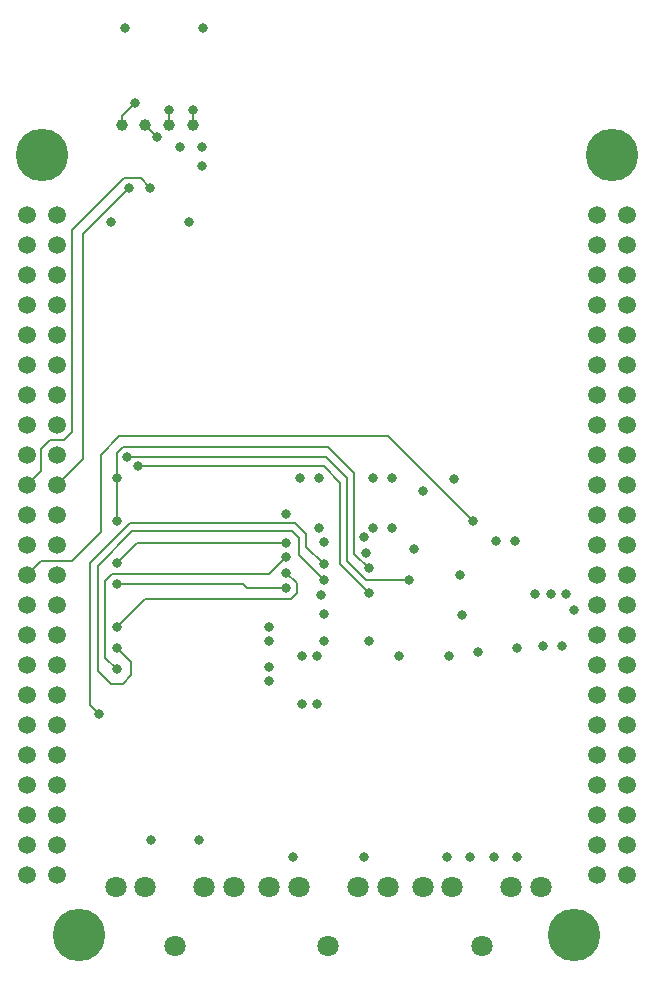
<source format=gbl>
G04 (created by PCBNEW-RS274X (2012-05-21 BZR 3261)-stable) date Thu 30 May 2013 05:43:25 PM PDT*
G01*
G70*
G90*
%MOIN*%
G04 Gerber Fmt 3.4, Leading zero omitted, Abs format*
%FSLAX34Y34*%
G04 APERTURE LIST*
%ADD10C,0.008000*%
%ADD11C,0.039400*%
%ADD12C,0.070900*%
%ADD13C,0.059100*%
%ADD14C,0.175000*%
%ADD15C,0.032000*%
G04 APERTURE END LIST*
G54D10*
G54D11*
X29528Y-28740D03*
X28740Y-28740D03*
X27953Y-28740D03*
G54D12*
X37203Y-54133D03*
X41141Y-54133D03*
X39172Y-56102D03*
X40156Y-54133D03*
X38188Y-54133D03*
X26968Y-54134D03*
X30906Y-54134D03*
X28937Y-56103D03*
X29921Y-54134D03*
X27953Y-54134D03*
X32086Y-54133D03*
X36024Y-54133D03*
X34055Y-56102D03*
X35039Y-54133D03*
X33071Y-54133D03*
G54D13*
X24000Y-31750D03*
X25000Y-31750D03*
X24000Y-32750D03*
X25000Y-32750D03*
X24000Y-33750D03*
X25000Y-33750D03*
X24000Y-34750D03*
X25000Y-34750D03*
X24000Y-35750D03*
X25000Y-35750D03*
X24000Y-36750D03*
X25000Y-36750D03*
X24000Y-37750D03*
X25000Y-37750D03*
X24000Y-38750D03*
X25000Y-38750D03*
X24000Y-39750D03*
X25000Y-39750D03*
X24000Y-40750D03*
X25000Y-40750D03*
X24000Y-41750D03*
X25000Y-41750D03*
X24000Y-42750D03*
X25000Y-42750D03*
X24000Y-43750D03*
X25000Y-43750D03*
X24000Y-44750D03*
X25000Y-44750D03*
X24000Y-45750D03*
X25000Y-45750D03*
X24000Y-46750D03*
X25000Y-46750D03*
X24000Y-47750D03*
X25000Y-47750D03*
X24000Y-48750D03*
X25000Y-48750D03*
X24000Y-49750D03*
X25000Y-49750D03*
X24000Y-50750D03*
X25000Y-50750D03*
X24000Y-51750D03*
X25000Y-51750D03*
X24000Y-52750D03*
X25000Y-52750D03*
X24000Y-53750D03*
X25000Y-53750D03*
X43000Y-31750D03*
X44000Y-31750D03*
X43000Y-32750D03*
X44000Y-32750D03*
X43000Y-33750D03*
X44000Y-33750D03*
X43000Y-34750D03*
X44000Y-34750D03*
X43000Y-35750D03*
X44000Y-35750D03*
X43000Y-36750D03*
X44000Y-36750D03*
X43000Y-37750D03*
X44000Y-37750D03*
X43000Y-38750D03*
X44000Y-38750D03*
X43000Y-39750D03*
X44000Y-39750D03*
X43000Y-40750D03*
X44000Y-40750D03*
X43000Y-41750D03*
X44000Y-41750D03*
X43000Y-42750D03*
X44000Y-42750D03*
X43000Y-43750D03*
X44000Y-43750D03*
X43000Y-44750D03*
X44000Y-44750D03*
X43000Y-45750D03*
X44000Y-45750D03*
X43000Y-46750D03*
X44000Y-46750D03*
X43000Y-47750D03*
X44000Y-47750D03*
X43000Y-48750D03*
X44000Y-48750D03*
X43000Y-49750D03*
X44000Y-49750D03*
X43000Y-50750D03*
X44000Y-50750D03*
X43000Y-51750D03*
X44000Y-51750D03*
X43000Y-52750D03*
X44000Y-52750D03*
X43000Y-53750D03*
X44000Y-53750D03*
G54D14*
X24500Y-29750D03*
X43500Y-29750D03*
X25750Y-55750D03*
X42250Y-55750D03*
G54D11*
X27165Y-28740D03*
G54D15*
X33898Y-43898D03*
X27008Y-46181D03*
X32638Y-44173D03*
X27008Y-44055D03*
X32638Y-43150D03*
X27008Y-46890D03*
X32638Y-42677D03*
X27008Y-43346D03*
X33898Y-43386D03*
X26417Y-48386D03*
X32638Y-43662D03*
X27008Y-45472D03*
X28110Y-30827D03*
X27402Y-30827D03*
X38858Y-41929D03*
X27008Y-40512D03*
X35394Y-43504D03*
X27008Y-41929D03*
X27323Y-39803D03*
X36732Y-43898D03*
X35394Y-44331D03*
X27717Y-40118D03*
X33110Y-40512D03*
X33898Y-42638D03*
X26810Y-31969D03*
X29881Y-25512D03*
X35551Y-42165D03*
X35315Y-42992D03*
X27283Y-25512D03*
X29842Y-30118D03*
X35551Y-40512D03*
X29094Y-29488D03*
X40276Y-42598D03*
X29409Y-31969D03*
X32638Y-41693D03*
X33898Y-45945D03*
X41850Y-46102D03*
X32087Y-45945D03*
X42244Y-44921D03*
X32087Y-47284D03*
X33819Y-44409D03*
X33661Y-48031D03*
X39055Y-46299D03*
X33661Y-46457D03*
X38425Y-43740D03*
X29724Y-52559D03*
X40354Y-46181D03*
X36417Y-46457D03*
X33189Y-48031D03*
X40945Y-44370D03*
X38504Y-45079D03*
X32874Y-53150D03*
X40354Y-53150D03*
X36890Y-42874D03*
X37992Y-53150D03*
X36181Y-42165D03*
X29842Y-29488D03*
X33189Y-46457D03*
X38780Y-53150D03*
X39646Y-42598D03*
X32087Y-45472D03*
X33740Y-42165D03*
X36181Y-40512D03*
X41220Y-46102D03*
X41969Y-44370D03*
X27598Y-27992D03*
X37205Y-40945D03*
X38071Y-46457D03*
X35236Y-42480D03*
X38228Y-40551D03*
X41457Y-44370D03*
X33740Y-40512D03*
X35236Y-53150D03*
X28150Y-52559D03*
X35394Y-45945D03*
X32087Y-46811D03*
X33898Y-45040D03*
X39567Y-53150D03*
X29528Y-28228D03*
X28740Y-28228D03*
X28346Y-29134D03*
G54D10*
X27480Y-47087D02*
X27480Y-46653D01*
X26378Y-46929D02*
X26811Y-47362D01*
X27480Y-46653D02*
X27008Y-46181D01*
X26811Y-47362D02*
X27205Y-47362D01*
X33071Y-42519D02*
X32835Y-42283D01*
X27205Y-47362D02*
X27480Y-47087D01*
X33071Y-43071D02*
X33071Y-42519D01*
X27520Y-42283D02*
X26378Y-43425D01*
X26378Y-43425D02*
X26378Y-46929D01*
X32835Y-42283D02*
X27520Y-42283D01*
X33898Y-43898D02*
X33071Y-43071D01*
X31338Y-44173D02*
X32638Y-44173D01*
X27008Y-44055D02*
X31220Y-44055D01*
X31220Y-44055D02*
X31338Y-44173D01*
X27008Y-46890D02*
X26614Y-46496D01*
X26614Y-43937D02*
X26850Y-43701D01*
X26614Y-46496D02*
X26614Y-43937D01*
X32087Y-43701D02*
X32638Y-43150D01*
X26850Y-43701D02*
X32087Y-43701D01*
X32638Y-42677D02*
X27676Y-42677D01*
X27676Y-42677D02*
X27007Y-43346D01*
X27007Y-43346D02*
X27008Y-43346D01*
X33307Y-42795D02*
X33307Y-42362D01*
X32953Y-42008D02*
X27441Y-42008D01*
X26102Y-48071D02*
X26417Y-48386D01*
X33898Y-43386D02*
X33307Y-42795D01*
X27441Y-42008D02*
X26102Y-43347D01*
X33307Y-42362D02*
X32953Y-42008D01*
X26102Y-43347D02*
X26102Y-48071D01*
X32794Y-44528D02*
X32992Y-44330D01*
X27952Y-44528D02*
X32794Y-44528D01*
X27008Y-45472D02*
X27952Y-44528D01*
X32992Y-44330D02*
X32992Y-44016D01*
X32992Y-44016D02*
X32638Y-43662D01*
X24764Y-39252D02*
X25236Y-39252D01*
X24488Y-39528D02*
X24764Y-39252D01*
X25236Y-39252D02*
X25512Y-38976D01*
X24488Y-40262D02*
X24000Y-40750D01*
X25512Y-38976D02*
X25512Y-32243D01*
X27243Y-30512D02*
X27795Y-30512D01*
X24488Y-40262D02*
X24488Y-39528D01*
X28110Y-30827D02*
X27795Y-30512D01*
X25512Y-32243D02*
X27243Y-30512D01*
X25000Y-40750D02*
X25866Y-39884D01*
X25866Y-32362D02*
X26064Y-32165D01*
X25866Y-39884D02*
X25866Y-32362D01*
X26064Y-32165D02*
X27402Y-30827D01*
X25512Y-43268D02*
X26457Y-42323D01*
X27088Y-39094D02*
X36023Y-39094D01*
X26457Y-39725D02*
X27088Y-39094D01*
X24482Y-43268D02*
X25512Y-43268D01*
X36023Y-39094D02*
X38858Y-41929D01*
X26457Y-42323D02*
X26457Y-39725D01*
X24000Y-43750D02*
X24482Y-43268D01*
X27204Y-39488D02*
X34054Y-39488D01*
X34921Y-43031D02*
X34921Y-40355D01*
X27008Y-40512D02*
X27008Y-39684D01*
X27008Y-40512D02*
X27008Y-41929D01*
X27008Y-39684D02*
X27204Y-39488D01*
X35394Y-43504D02*
X34921Y-43031D01*
X34054Y-39488D02*
X34921Y-40355D01*
X36732Y-43898D02*
X35315Y-43898D01*
X33976Y-39803D02*
X34685Y-40512D01*
X34685Y-43268D02*
X34685Y-40512D01*
X35315Y-43898D02*
X34685Y-43268D01*
X27323Y-39803D02*
X33976Y-39803D01*
X34449Y-40670D02*
X33897Y-40118D01*
X34449Y-43386D02*
X34449Y-40670D01*
X33897Y-40118D02*
X27717Y-40118D01*
X35394Y-44331D02*
X34449Y-43386D01*
X27165Y-28740D02*
X27165Y-28425D01*
X27165Y-28425D02*
X27598Y-27992D01*
X29528Y-28228D02*
X29528Y-28740D01*
X28740Y-28228D02*
X28740Y-28740D01*
X27953Y-28741D02*
X27953Y-28740D01*
X28346Y-29134D02*
X27953Y-28741D01*
M02*

</source>
